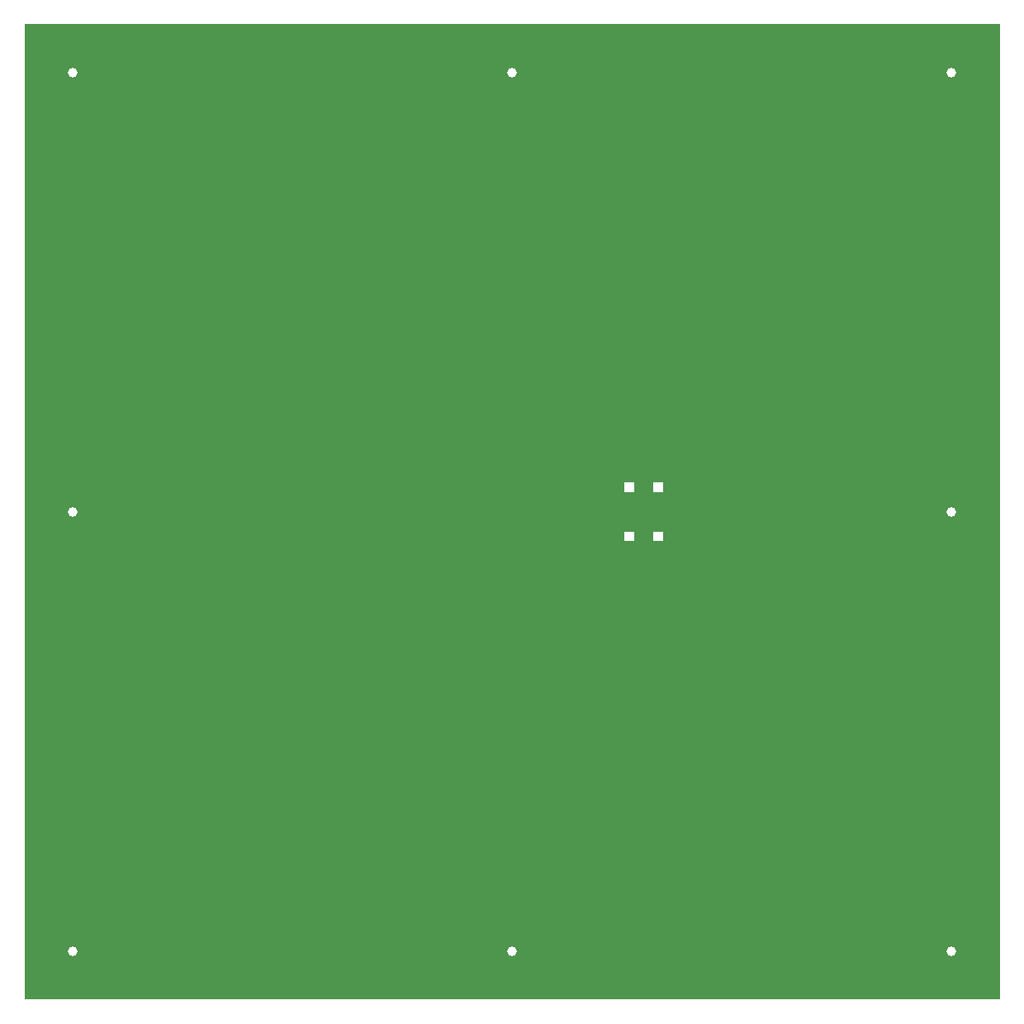
<source format=gbr>
G04 =======================================* 
G04 File Format: RS-274X * 
G04 Date:        April 27 2025 * 
G04 Time:        18:59:52 * 
G04 =======================================* 
G04 Format description *** 
G04 Code:          ASCII * 
G04 Unit:          Millimeter * 
G04 Coordinates:   Absolut * 
G04 Digits:        3.3-format * 
G04 Zeros skipped: Leading zeros omitted * 
G04 =======================================* 
%FSLAX33Y33*%
%MOMM*%
G90*
G71*
%ADD10C,1*%
%LPD*%
G36*
G01X-49994Y-50000D02*
G01X50005Y-50000D01*
G01X50005Y50000D01*
G01X-49994Y50000D01*
G37*
%LPC*%
G54D10*
X45055Y-45050D03*
G36*
G01X14505Y-2002D02*
G01X15505Y-2002D01*
G01X15505Y-3002D01*
G01X14505Y-3002D01*
G37*
G54D10*
X-45044Y45050D03*
G36*
G01X11505Y-2002D02*
G01X12505Y-2002D01*
G01X12505Y-3002D01*
G01X11505Y-3002D01*
G37*
G36*
G01X14505Y3002D02*
G01X15505Y3002D01*
G01X15505Y2002D01*
G01X14505Y2002D01*
G37*
G36*
G01X11505Y3002D02*
G01X12505Y3002D01*
G01X12505Y2002D01*
G01X11505Y2002D01*
G37*
G54D10*
X45055Y45050D03*
G54D10*
X-45044Y-45050D03*
G54D10*
X45055Y0D03*
G54D10*
X-45044Y0D03*
G54D10*
X5Y45050D03*
G54D10*
X5Y-45050D03*
M02* 
G04 End Of Gerber File* 

</source>
